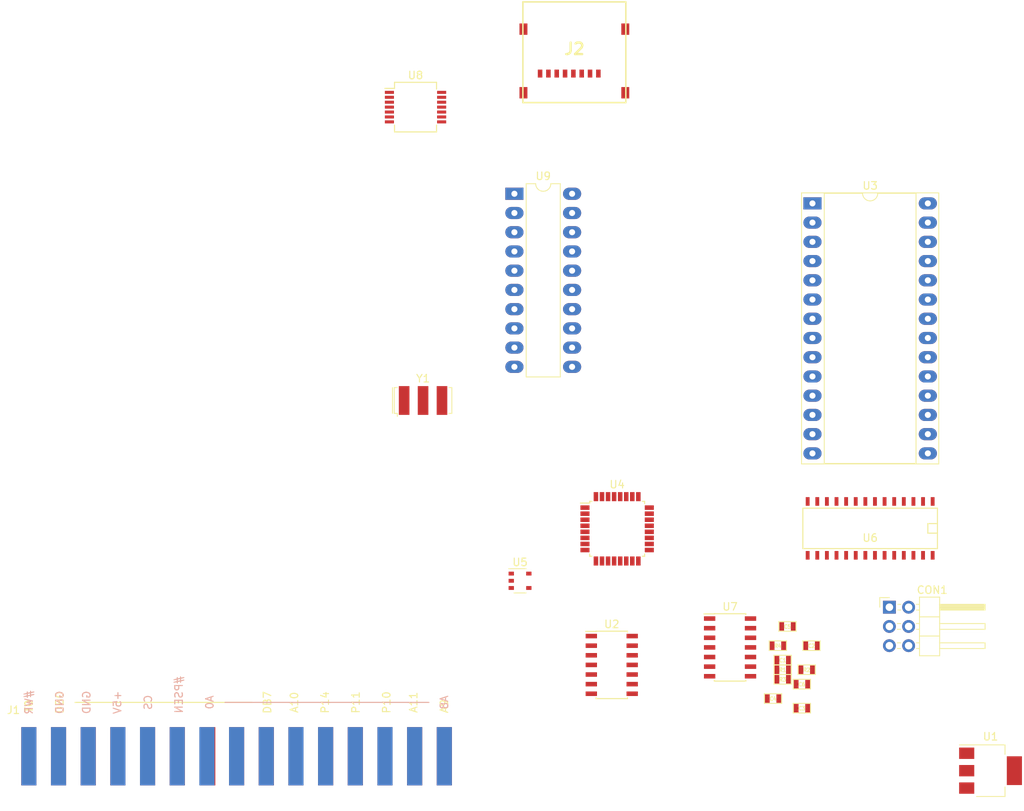
<source format=kicad_pcb>
(kicad_pcb (version 4) (host pcbnew 4.0.7)

  (general
    (links 150)
    (no_connects 150)
    (area 51.869999 19.29088 187.530001 126.86)
    (thickness 1.6)
    (drawings 0)
    (tracks 0)
    (zones 0)
    (modules 23)
    (nets 61)
  )

  (page A4)
  (layers
    (0 F.Cu signal)
    (31 B.Cu signal)
    (32 B.Adhes user)
    (33 F.Adhes user)
    (34 B.Paste user)
    (35 F.Paste user)
    (36 B.SilkS user)
    (37 F.SilkS user)
    (38 B.Mask user)
    (39 F.Mask user)
    (40 Dwgs.User user)
    (41 Cmts.User user)
    (42 Eco1.User user)
    (43 Eco2.User user)
    (44 Edge.Cuts user)
    (45 Margin user)
    (46 B.CrtYd user)
    (47 F.CrtYd user)
    (48 B.Fab user)
    (49 F.Fab user)
  )

  (setup
    (last_trace_width 0.25)
    (trace_clearance 0.2)
    (zone_clearance 0.508)
    (zone_45_only no)
    (trace_min 0.2)
    (segment_width 0.2)
    (edge_width 0.1)
    (via_size 0.6)
    (via_drill 0.4)
    (via_min_size 0.4)
    (via_min_drill 0.3)
    (uvia_size 0.3)
    (uvia_drill 0.1)
    (uvias_allowed no)
    (uvia_min_size 0.2)
    (uvia_min_drill 0.1)
    (pcb_text_width 0.3)
    (pcb_text_size 1.5 1.5)
    (mod_edge_width 0.15)
    (mod_text_size 1 1)
    (mod_text_width 0.15)
    (pad_size 1.5 1.5)
    (pad_drill 0.6)
    (pad_to_mask_clearance 0)
    (aux_axis_origin 0 0)
    (visible_elements 7FFFFFFF)
    (pcbplotparams
      (layerselection 0x00030_80000001)
      (usegerberextensions false)
      (excludeedgelayer true)
      (linewidth 0.100000)
      (plotframeref false)
      (viasonmask false)
      (mode 1)
      (useauxorigin false)
      (hpglpennumber 1)
      (hpglpenspeed 20)
      (hpglpendiameter 15)
      (hpglpenoverlay 2)
      (psnegative false)
      (psa4output false)
      (plotreference true)
      (plotvalue true)
      (plotinvisibletext false)
      (padsonsilk false)
      (subtractmaskfromsilk false)
      (outputformat 1)
      (mirror false)
      (drillshape 1)
      (scaleselection 1)
      (outputdirectory ""))
  )

  (net 0 "")
  (net 1 VCC)
  (net 2 GND)
  (net 3 +3V3)
  (net 4 "Net-(CON1-Pad1)")
  (net 5 "Net-(CON1-Pad3)")
  (net 6 "Net-(CON1-Pad4)")
  (net 7 "Net-(CON1-Pad5)")
  (net 8 T0)
  (net 9 /D0)
  (net 10 /D1)
  (net 11 /D2)
  (net 12 /D3)
  (net 13 /D4)
  (net 14 /D5)
  (net 15 /D6)
  (net 16 /D7)
  (net 17 /A10)
  (net 18 "Net-(J1-Pad11)")
  (net 19 /A13_TXD)
  (net 20 /A12)
  (net 21 /A9)
  (net 22 /RD)
  (net 23 /#PSEN)
  (net 24 /A0)
  (net 25 /A1)
  (net 26 /A2)
  (net 27 /A3)
  (net 28 /A5)
  (net 29 /A4)
  (net 30 /A7)
  (net 31 /A8)
  (net 32 /A6)
  (net 33 /A11)
  (net 34 /CS33)
  (net 35 /MOSI33)
  (net 36 /SCK33)
  (net 37 /MISO33)
  (net 38 SCK)
  (net 39 MOSI)
  (net 40 MISO)
  (net 41 "Net-(U2-Pad1)")
  (net 42 MENU)
  (net 43 /#RD)
  (net 44 "Net-(U2-Pad9)")
  (net 45 /#RAM_CS)
  (net 46 "Net-(U2-Pad13)")
  (net 47 /#ROM_OE)
  (net 48 /A13)
  (net 49 "Net-(U4-Pad1)")
  (net 50 "Net-(U4-Pad2)")
  (net 51 "Net-(U4-Pad9)")
  (net 52 "Net-(U4-Pad10)")
  (net 53 "Net-(U4-Pad11)")
  (net 54 "#SS")
  (net 55 "Net-(U4-Pad23)")
  (net 56 "Net-(U4-Pad24)")
  (net 57 "Net-(U4-Pad32)")
  (net 58 "Net-(U5-Pad4)")
  (net 59 "Net-(U4-Pad7)")
  (net 60 "Net-(U4-Pad8)")

  (net_class Default "This is the default net class."
    (clearance 0.2)
    (trace_width 0.25)
    (via_dia 0.6)
    (via_drill 0.4)
    (uvia_dia 0.3)
    (uvia_drill 0.1)
    (add_net "#SS")
    (add_net +3V3)
    (add_net /#PSEN)
    (add_net /#RAM_CS)
    (add_net /#RD)
    (add_net /#ROM_OE)
    (add_net /A0)
    (add_net /A1)
    (add_net /A10)
    (add_net /A11)
    (add_net /A12)
    (add_net /A13)
    (add_net /A13_TXD)
    (add_net /A2)
    (add_net /A3)
    (add_net /A4)
    (add_net /A5)
    (add_net /A6)
    (add_net /A7)
    (add_net /A8)
    (add_net /A9)
    (add_net /CS33)
    (add_net /D0)
    (add_net /D1)
    (add_net /D2)
    (add_net /D3)
    (add_net /D4)
    (add_net /D5)
    (add_net /D6)
    (add_net /D7)
    (add_net /MISO33)
    (add_net /MOSI33)
    (add_net /RD)
    (add_net /SCK33)
    (add_net GND)
    (add_net MENU)
    (add_net MISO)
    (add_net MOSI)
    (add_net "Net-(CON1-Pad1)")
    (add_net "Net-(CON1-Pad3)")
    (add_net "Net-(CON1-Pad4)")
    (add_net "Net-(CON1-Pad5)")
    (add_net "Net-(J1-Pad11)")
    (add_net "Net-(U2-Pad1)")
    (add_net "Net-(U2-Pad13)")
    (add_net "Net-(U2-Pad9)")
    (add_net "Net-(U4-Pad1)")
    (add_net "Net-(U4-Pad10)")
    (add_net "Net-(U4-Pad11)")
    (add_net "Net-(U4-Pad2)")
    (add_net "Net-(U4-Pad23)")
    (add_net "Net-(U4-Pad24)")
    (add_net "Net-(U4-Pad32)")
    (add_net "Net-(U4-Pad7)")
    (add_net "Net-(U4-Pad8)")
    (add_net "Net-(U4-Pad9)")
    (add_net "Net-(U5-Pad4)")
    (add_net SCK)
    (add_net T0)
    (add_net VCC)
  )

  (module Videopac:videopac-edgecon (layer F.Cu) (tedit 5AF6C457) (tstamp 5ACE8AB6)
    (at 83.32 119.38)
    (path /59B86CB1)
    (fp_text reference J1 (at -29.464 -6.096) (layer F.SilkS)
      (effects (font (size 1 1) (thickness 0.15)))
    )
    (fp_text value Videopac_Cart_Edge_Conn (at 5.19 5.08) (layer F.Fab)
      (effects (font (size 1 1) (thickness 0.15)))
    )
    (fp_line (start -1.524 -7.112) (end 25.4 -7.112) (layer B.SilkS) (width 0.15))
    (fp_text user A8 (at 27.432 -7.112 90) (layer B.SilkS)
      (effects (font (size 1 1) (thickness 0.15)) (justify mirror))
    )
    (fp_text user A0 (at -3.556 -7.112 90) (layer B.SilkS)
      (effects (font (size 1 1) (thickness 0.15)) (justify mirror))
    )
    (fp_text user "#PSEN" (at -7.62 -8.128 90) (layer B.SilkS)
      (effects (font (size 1 1) (thickness 0.15)) (justify mirror))
    )
    (fp_text user CS (at -11.684 -7.112 90) (layer B.SilkS)
      (effects (font (size 1 1) (thickness 0.15)) (justify mirror))
    )
    (fp_text user +5V (at -15.748 -7.112 90) (layer B.SilkS)
      (effects (font (size 1 1) (thickness 0.15)) (justify mirror))
    )
    (fp_text user GND (at -19.812 -7.112 90) (layer B.SilkS)
      (effects (font (size 1 1) (thickness 0.15)) (justify mirror))
    )
    (fp_text user GND (at -23.368 -7.112 90) (layer B.SilkS)
      (effects (font (size 1 1) (thickness 0.15)) (justify mirror))
    )
    (fp_text user "#WR" (at -27.432 -7.112 90) (layer B.SilkS)
      (effects (font (size 1 1) (thickness 0.15)) (justify mirror))
    )
    (fp_text user A9 (at 27.432 -6.604 90) (layer F.SilkS)
      (effects (font (size 1 1) (thickness 0.15)))
    )
    (fp_text user A11 (at 23.368 -7.112 90) (layer F.SilkS)
      (effects (font (size 1 1) (thickness 0.15)))
    )
    (fp_text user P10 (at 19.812 -7.112 90) (layer F.SilkS)
      (effects (font (size 1 1) (thickness 0.15)))
    )
    (fp_text user P11 (at 15.748 -7.112 90) (layer F.SilkS)
      (effects (font (size 1 1) (thickness 0.15)))
    )
    (fp_text user P14 (at 11.684 -7.112 90) (layer F.SilkS)
      (effects (font (size 1 1) (thickness 0.15)))
    )
    (fp_text user A10 (at 7.62 -7.112 90) (layer F.SilkS)
      (effects (font (size 1 1) (thickness 0.15)))
    )
    (fp_line (start -21.336 -7.112) (end 2.032 -7.112) (layer F.SilkS) (width 0.15))
    (fp_text user DB7 (at 4.064 -7.112 90) (layer F.SilkS)
      (effects (font (size 1 1) (thickness 0.15)))
    )
    (fp_text user DB0 (at -23.368 -7.112 90) (layer F.SilkS)
      (effects (font (size 1 1) (thickness 0.15)))
    )
    (fp_text user T0 (at -27.432 -6.604 90) (layer F.SilkS)
      (effects (font (size 1 1) (thickness 0.15)))
    )
    (fp_line (start 31.2 1.905) (end 31.2 -5.08) (layer Dwgs.User) (width 0.1))
    (fp_line (start 31.2 1.905) (end 29.21 3.81) (layer Dwgs.User) (width 0.1))
    (fp_line (start 29.21 3.81) (end -29.21 3.81) (layer Dwgs.User) (width 0.1))
    (fp_line (start -29.21 3.81) (end -31.2 1.905) (layer Dwgs.User) (width 0.1))
    (fp_line (start -31.2 1.905) (end -31.2 -5.08) (layer Dwgs.User) (width 0.1))
    (fp_line (start -31.2 -5.08) (end 31.2 -5.08) (layer Dwgs.User) (width 0.1))
    (pad 1 smd rect (at -27.44 0) (size 2 7.7) (layers F.Cu F.Paste F.Mask)
      (net 8 T0))
    (pad 2 smd rect (at -23.52 0) (size 2 7.7) (layers F.Cu F.Paste F.Mask)
      (net 9 /D0))
    (pad 3 smd rect (at -19.6 0) (size 2 7.7) (layers F.Cu F.Paste F.Mask)
      (net 10 /D1))
    (pad 4 smd rect (at -15.68 0) (size 2 7.7) (layers F.Cu F.Paste F.Mask)
      (net 11 /D2))
    (pad 5 smd rect (at -11.76 0) (size 2 7.7) (layers F.Cu F.Paste F.Mask)
      (net 12 /D3))
    (pad 6 smd rect (at -7.84 0) (size 2 7.7) (layers F.Cu F.Paste F.Mask)
      (net 13 /D4))
    (pad 7 smd rect (at -3.81 0) (size 2 7.7) (layers F.Cu F.Paste F.Mask)
      (net 14 /D5))
    (pad 8 smd rect (at 0 0) (size 2 7.7) (layers F.Cu F.Paste F.Mask)
      (net 15 /D6))
    (pad 9 smd rect (at 3.92 0) (size 2 7.7) (layers F.Cu F.Paste F.Mask)
      (net 16 /D7))
    (pad 10 smd rect (at 7.84 0) (size 2 7.7) (layers F.Cu F.Paste F.Mask)
      (net 17 /A10))
    (pad 11 smd rect (at 11.76 0) (size 2 7.7) (layers F.Cu F.Paste F.Mask)
      (net 18 "Net-(J1-Pad11)"))
    (pad 12 smd rect (at 15.68 0) (size 2 7.7) (layers F.Cu F.Paste F.Mask)
      (net 19 /A13_TXD))
    (pad 13 smd rect (at 19.6 0) (size 2 7.7) (layers F.Cu F.Paste F.Mask)
      (net 20 /A12))
    (pad 15 smd rect (at 27.44 0) (size 2 7.7) (layers F.Cu F.Paste F.Mask)
      (net 21 /A9))
    (pad A smd rect (at -27.44 0) (size 2 7.7) (layers B.Cu F.Paste F.Mask))
    (pad B smd rect (at -23.52 0) (size 2 7.7) (layers B.Cu F.Paste F.Mask)
      (net 2 GND))
    (pad C smd rect (at -19.6 0) (size 2 7.7) (layers B.Cu F.Paste F.Mask)
      (net 2 GND))
    (pad D smd rect (at -15.68 0) (size 2 7.7) (layers B.Cu F.Paste F.Mask)
      (net 1 VCC))
    (pad E smd rect (at -11.76 0) (size 2 7.7) (layers B.Cu F.Paste F.Mask)
      (net 22 /RD))
    (pad F smd rect (at 7.84 0) (size 2 7.7) (layers B.Cu F.Paste F.Mask)
      (net 23 /#PSEN))
    (pad G smd rect (at 3.92 0) (size 2 7.7) (layers B.Cu F.Paste F.Mask)
      (net 24 /A0))
    (pad H smd rect (at 0 0) (size 2 7.7) (layers B.Cu F.Paste F.Mask)
      (net 25 /A1))
    (pad J smd rect (at -3.92 0) (size 2 7.7) (layers B.Cu F.Paste F.Mask)
      (net 26 /A2))
    (pad K smd rect (at -7.84 0) (size 2 7.7) (layers B.Cu F.Paste F.Mask)
      (net 27 /A3))
    (pad M smd rect (at 15.68 0) (size 2 7.7) (layers B.Cu F.Paste F.Mask)
      (net 28 /A5))
    (pad L smd rect (at 11.76 0) (size 2 7.7) (layers B.Cu F.Paste F.Mask)
      (net 29 /A4))
    (pad N smd rect (at 19.6 0) (size 2 7.7) (layers B.Cu F.Paste F.Mask)
      (net 30 /A7))
    (pad R smd rect (at 27.44 0) (size 2 7.7) (layers B.Cu F.Paste F.Mask)
      (net 31 /A8))
    (pad P smd rect (at 23.52 0) (size 2 7.7) (layers B.Cu F.Paste F.Mask)
      (net 32 /A6))
    (pad 14 smd rect (at 23.52 0) (size 2 7.7) (layers F.Cu F.Paste F.Mask)
      (net 33 /A11))
  )

  (module smd:SM0603 (layer F.Cu) (tedit 540D72E9) (tstamp 5ACE8A6C)
    (at 155.448 106.68)
    (path /5A275294)
    (attr smd)
    (fp_text reference C1 (at 0 0.03556) (layer F.SilkS)
      (effects (font (size 0.508 0.4572) (thickness 0.1143)))
    )
    (fp_text value C (at 0.08636 0.04064) (layer F.SilkS) hide
      (effects (font (size 0.508 0.4572) (thickness 0.1143)))
    )
    (fp_line (start -1.143 -0.635) (end 1.143 -0.635) (layer F.SilkS) (width 0.127))
    (fp_line (start 1.143 -0.635) (end 1.143 0.635) (layer F.SilkS) (width 0.127))
    (fp_line (start 1.143 0.635) (end -1.143 0.635) (layer F.SilkS) (width 0.127))
    (fp_line (start -1.143 0.635) (end -1.143 -0.635) (layer F.SilkS) (width 0.127))
    (pad 1 smd rect (at -0.762 0) (size 0.635 1.143) (layers F.Cu F.Paste F.Mask)
      (net 1 VCC))
    (pad 2 smd rect (at 0.762 0) (size 0.635 1.143) (layers F.Cu F.Paste F.Mask)
      (net 2 GND))
    (model smd\resistors\R0603.wrl
      (at (xyz 0 0 0.001))
      (scale (xyz 0.5 0.5 0.5))
      (rotate (xyz 0 0 0))
    )
  )

  (module smd:SM0603 (layer F.Cu) (tedit 540D72E9) (tstamp 5ACE8A72)
    (at 159.258 104.775)
    (path /5A275334)
    (attr smd)
    (fp_text reference C2 (at 0 0.03556) (layer F.SilkS)
      (effects (font (size 0.508 0.4572) (thickness 0.1143)))
    )
    (fp_text value C (at 0.08636 0.04064) (layer F.SilkS) hide
      (effects (font (size 0.508 0.4572) (thickness 0.1143)))
    )
    (fp_line (start -1.143 -0.635) (end 1.143 -0.635) (layer F.SilkS) (width 0.127))
    (fp_line (start 1.143 -0.635) (end 1.143 0.635) (layer F.SilkS) (width 0.127))
    (fp_line (start 1.143 0.635) (end -1.143 0.635) (layer F.SilkS) (width 0.127))
    (fp_line (start -1.143 0.635) (end -1.143 -0.635) (layer F.SilkS) (width 0.127))
    (pad 1 smd rect (at -0.762 0) (size 0.635 1.143) (layers F.Cu F.Paste F.Mask)
      (net 3 +3V3))
    (pad 2 smd rect (at 0.762 0) (size 0.635 1.143) (layers F.Cu F.Paste F.Mask)
      (net 2 GND))
    (model smd\resistors\R0603.wrl
      (at (xyz 0 0 0.001))
      (scale (xyz 0.5 0.5 0.5))
      (rotate (xyz 0 0 0))
    )
  )

  (module smd:SM0603 (layer F.Cu) (tedit 540D72E9) (tstamp 5ACE8A78)
    (at 157.988 113.03)
    (path /5A55C046)
    (attr smd)
    (fp_text reference C3 (at 0 0.03556) (layer F.SilkS)
      (effects (font (size 0.508 0.4572) (thickness 0.1143)))
    )
    (fp_text value C (at 0.08636 0.04064) (layer F.SilkS) hide
      (effects (font (size 0.508 0.4572) (thickness 0.1143)))
    )
    (fp_line (start -1.143 -0.635) (end 1.143 -0.635) (layer F.SilkS) (width 0.127))
    (fp_line (start 1.143 -0.635) (end 1.143 0.635) (layer F.SilkS) (width 0.127))
    (fp_line (start 1.143 0.635) (end -1.143 0.635) (layer F.SilkS) (width 0.127))
    (fp_line (start -1.143 0.635) (end -1.143 -0.635) (layer F.SilkS) (width 0.127))
    (pad 1 smd rect (at -0.762 0) (size 0.635 1.143) (layers F.Cu F.Paste F.Mask)
      (net 1 VCC))
    (pad 2 smd rect (at 0.762 0) (size 0.635 1.143) (layers F.Cu F.Paste F.Mask)
      (net 2 GND))
    (model smd\resistors\R0603.wrl
      (at (xyz 0 0 0.001))
      (scale (xyz 0.5 0.5 0.5))
      (rotate (xyz 0 0 0))
    )
  )

  (module smd:SM0603 (layer F.Cu) (tedit 540D72E9) (tstamp 5ACE8A7E)
    (at 154.178 111.76)
    (path /5A55C2F2)
    (attr smd)
    (fp_text reference C4 (at 0 0.03556) (layer F.SilkS)
      (effects (font (size 0.508 0.4572) (thickness 0.1143)))
    )
    (fp_text value C (at 0.08636 0.04064) (layer F.SilkS) hide
      (effects (font (size 0.508 0.4572) (thickness 0.1143)))
    )
    (fp_line (start -1.143 -0.635) (end 1.143 -0.635) (layer F.SilkS) (width 0.127))
    (fp_line (start 1.143 -0.635) (end 1.143 0.635) (layer F.SilkS) (width 0.127))
    (fp_line (start 1.143 0.635) (end -1.143 0.635) (layer F.SilkS) (width 0.127))
    (fp_line (start -1.143 0.635) (end -1.143 -0.635) (layer F.SilkS) (width 0.127))
    (pad 1 smd rect (at -0.762 0) (size 0.635 1.143) (layers F.Cu F.Paste F.Mask)
      (net 1 VCC))
    (pad 2 smd rect (at 0.762 0) (size 0.635 1.143) (layers F.Cu F.Paste F.Mask)
      (net 2 GND))
    (model smd\resistors\R0603.wrl
      (at (xyz 0 0 0.001))
      (scale (xyz 0.5 0.5 0.5))
      (rotate (xyz 0 0 0))
    )
  )

  (module smd:SM0603 (layer F.Cu) (tedit 540D72E9) (tstamp 5ACE8A84)
    (at 156.083 102.235)
    (path /5A7229E7)
    (attr smd)
    (fp_text reference C5 (at 0 0.03556) (layer F.SilkS)
      (effects (font (size 0.508 0.4572) (thickness 0.1143)))
    )
    (fp_text value C (at 0.08636 0.04064) (layer F.SilkS) hide
      (effects (font (size 0.508 0.4572) (thickness 0.1143)))
    )
    (fp_line (start -1.143 -0.635) (end 1.143 -0.635) (layer F.SilkS) (width 0.127))
    (fp_line (start 1.143 -0.635) (end 1.143 0.635) (layer F.SilkS) (width 0.127))
    (fp_line (start 1.143 0.635) (end -1.143 0.635) (layer F.SilkS) (width 0.127))
    (fp_line (start -1.143 0.635) (end -1.143 -0.635) (layer F.SilkS) (width 0.127))
    (pad 1 smd rect (at -0.762 0) (size 0.635 1.143) (layers F.Cu F.Paste F.Mask)
      (net 1 VCC))
    (pad 2 smd rect (at 0.762 0) (size 0.635 1.143) (layers F.Cu F.Paste F.Mask)
      (net 2 GND))
    (model smd\resistors\R0603.wrl
      (at (xyz 0 0 0.001))
      (scale (xyz 0.5 0.5 0.5))
      (rotate (xyz 0 0 0))
    )
  )

  (module smd:SM0603 (layer F.Cu) (tedit 540D72E9) (tstamp 5ACE8A8A)
    (at 157.988 109.855)
    (path /5A721377)
    (attr smd)
    (fp_text reference C6 (at 0 0.03556) (layer F.SilkS)
      (effects (font (size 0.508 0.4572) (thickness 0.1143)))
    )
    (fp_text value C (at 0.08636 0.04064) (layer F.SilkS) hide
      (effects (font (size 0.508 0.4572) (thickness 0.1143)))
    )
    (fp_line (start -1.143 -0.635) (end 1.143 -0.635) (layer F.SilkS) (width 0.127))
    (fp_line (start 1.143 -0.635) (end 1.143 0.635) (layer F.SilkS) (width 0.127))
    (fp_line (start 1.143 0.635) (end -1.143 0.635) (layer F.SilkS) (width 0.127))
    (fp_line (start -1.143 0.635) (end -1.143 -0.635) (layer F.SilkS) (width 0.127))
    (pad 1 smd rect (at -0.762 0) (size 0.635 1.143) (layers F.Cu F.Paste F.Mask)
      (net 1 VCC))
    (pad 2 smd rect (at 0.762 0) (size 0.635 1.143) (layers F.Cu F.Paste F.Mask)
      (net 2 GND))
    (model smd\resistors\R0603.wrl
      (at (xyz 0 0 0.001))
      (scale (xyz 0.5 0.5 0.5))
      (rotate (xyz 0 0 0))
    )
  )

  (module Pin_Headers:Pin_Header_Angled_2x03_Pitch2.54mm (layer F.Cu) (tedit 59650532) (tstamp 5ACE8A94)
    (at 169.545 99.695)
    (descr "Through hole angled pin header, 2x03, 2.54mm pitch, 6mm pin length, double rows")
    (tags "Through hole angled pin header THT 2x03 2.54mm double row")
    (path /5A245C8B)
    (fp_text reference CON1 (at 5.655 -2.27) (layer F.SilkS)
      (effects (font (size 1 1) (thickness 0.15)))
    )
    (fp_text value AVR-ISP-6 (at 5.655 7.35) (layer F.Fab)
      (effects (font (size 1 1) (thickness 0.15)))
    )
    (fp_line (start 4.675 -1.27) (end 6.58 -1.27) (layer F.Fab) (width 0.1))
    (fp_line (start 6.58 -1.27) (end 6.58 6.35) (layer F.Fab) (width 0.1))
    (fp_line (start 6.58 6.35) (end 4.04 6.35) (layer F.Fab) (width 0.1))
    (fp_line (start 4.04 6.35) (end 4.04 -0.635) (layer F.Fab) (width 0.1))
    (fp_line (start 4.04 -0.635) (end 4.675 -1.27) (layer F.Fab) (width 0.1))
    (fp_line (start -0.32 -0.32) (end 4.04 -0.32) (layer F.Fab) (width 0.1))
    (fp_line (start -0.32 -0.32) (end -0.32 0.32) (layer F.Fab) (width 0.1))
    (fp_line (start -0.32 0.32) (end 4.04 0.32) (layer F.Fab) (width 0.1))
    (fp_line (start 6.58 -0.32) (end 12.58 -0.32) (layer F.Fab) (width 0.1))
    (fp_line (start 12.58 -0.32) (end 12.58 0.32) (layer F.Fab) (width 0.1))
    (fp_line (start 6.58 0.32) (end 12.58 0.32) (layer F.Fab) (width 0.1))
    (fp_line (start -0.32 2.22) (end 4.04 2.22) (layer F.Fab) (width 0.1))
    (fp_line (start -0.32 2.22) (end -0.32 2.86) (layer F.Fab) (width 0.1))
    (fp_line (start -0.32 2.86) (end 4.04 2.86) (layer F.Fab) (width 0.1))
    (fp_line (start 6.58 2.22) (end 12.58 2.22) (layer F.Fab) (width 0.1))
    (fp_line (start 12.58 2.22) (end 12.58 2.86) (layer F.Fab) (width 0.1))
    (fp_line (start 6.58 2.86) (end 12.58 2.86) (layer F.Fab) (width 0.1))
    (fp_line (start -0.32 4.76) (end 4.04 4.76) (layer F.Fab) (width 0.1))
    (fp_line (start -0.32 4.76) (end -0.32 5.4) (layer F.Fab) (width 0.1))
    (fp_line (start -0.32 5.4) (end 4.04 5.4) (layer F.Fab) (width 0.1))
    (fp_line (start 6.58 4.76) (end 12.58 4.76) (layer F.Fab) (width 0.1))
    (fp_line (start 12.58 4.76) (end 12.58 5.4) (layer F.Fab) (width 0.1))
    (fp_line (start 6.58 5.4) (end 12.58 5.4) (layer F.Fab) (width 0.1))
    (fp_line (start 3.98 -1.33) (end 3.98 6.41) (layer F.SilkS) (width 0.12))
    (fp_line (start 3.98 6.41) (end 6.64 6.41) (layer F.SilkS) (width 0.12))
    (fp_line (start 6.64 6.41) (end 6.64 -1.33) (layer F.SilkS) (width 0.12))
    (fp_line (start 6.64 -1.33) (end 3.98 -1.33) (layer F.SilkS) (width 0.12))
    (fp_line (start 6.64 -0.38) (end 12.64 -0.38) (layer F.SilkS) (width 0.12))
    (fp_line (start 12.64 -0.38) (end 12.64 0.38) (layer F.SilkS) (width 0.12))
    (fp_line (start 12.64 0.38) (end 6.64 0.38) (layer F.SilkS) (width 0.12))
    (fp_line (start 6.64 -0.32) (end 12.64 -0.32) (layer F.SilkS) (width 0.12))
    (fp_line (start 6.64 -0.2) (end 12.64 -0.2) (layer F.SilkS) (width 0.12))
    (fp_line (start 6.64 -0.08) (end 12.64 -0.08) (layer F.SilkS) (width 0.12))
    (fp_line (start 6.64 0.04) (end 12.64 0.04) (layer F.SilkS) (width 0.12))
    (fp_line (start 6.64 0.16) (end 12.64 0.16) (layer F.SilkS) (width 0.12))
    (fp_line (start 6.64 0.28) (end 12.64 0.28) (layer F.SilkS) (width 0.12))
    (fp_line (start 3.582929 -0.38) (end 3.98 -0.38) (layer F.SilkS) (width 0.12))
    (fp_line (start 3.582929 0.38) (end 3.98 0.38) (layer F.SilkS) (width 0.12))
    (fp_line (start 1.11 -0.38) (end 1.497071 -0.38) (layer F.SilkS) (width 0.12))
    (fp_line (start 1.11 0.38) (end 1.497071 0.38) (layer F.SilkS) (width 0.12))
    (fp_line (start 3.98 1.27) (end 6.64 1.27) (layer F.SilkS) (width 0.12))
    (fp_line (start 6.64 2.16) (end 12.64 2.16) (layer F.SilkS) (width 0.12))
    (fp_line (start 12.64 2.16) (end 12.64 2.92) (layer F.SilkS) (width 0.12))
    (fp_line (start 12.64 2.92) (end 6.64 2.92) (layer F.SilkS) (width 0.12))
    (fp_line (start 3.582929 2.16) (end 3.98 2.16) (layer F.SilkS) (width 0.12))
    (fp_line (start 3.582929 2.92) (end 3.98 2.92) (layer F.SilkS) (width 0.12))
    (fp_line (start 1.042929 2.16) (end 1.497071 2.16) (layer F.SilkS) (width 0.12))
    (fp_line (start 1.042929 2.92) (end 1.497071 2.92) (layer F.SilkS) (width 0.12))
    (fp_line (start 3.98 3.81) (end 6.64 3.81) (layer F.SilkS) (width 0.12))
    (fp_line (start 6.64 4.7) (end 12.64 4.7) (layer F.SilkS) (width 0.12))
    (fp_line (start 12.64 4.7) (end 12.64 5.46) (layer F.SilkS) (width 0.12))
    (fp_line (start 12.64 5.46) (end 6.64 5.46) (layer F.SilkS) (width 0.12))
    (fp_line (start 3.582929 4.7) (end 3.98 4.7) (layer F.SilkS) (width 0.12))
    (fp_line (start 3.582929 5.46) (end 3.98 5.46) (layer F.SilkS) (width 0.12))
    (fp_line (start 1.042929 4.7) (end 1.497071 4.7) (layer F.SilkS) (width 0.12))
    (fp_line (start 1.042929 5.46) (end 1.497071 5.46) (layer F.SilkS) (width 0.12))
    (fp_line (start -1.27 0) (end -1.27 -1.27) (layer F.SilkS) (width 0.12))
    (fp_line (start -1.27 -1.27) (end 0 -1.27) (layer F.SilkS) (width 0.12))
    (fp_line (start -1.8 -1.8) (end -1.8 6.85) (layer F.CrtYd) (width 0.05))
    (fp_line (start -1.8 6.85) (end 13.1 6.85) (layer F.CrtYd) (width 0.05))
    (fp_line (start 13.1 6.85) (end 13.1 -1.8) (layer F.CrtYd) (width 0.05))
    (fp_line (start 13.1 -1.8) (end -1.8 -1.8) (layer F.CrtYd) (width 0.05))
    (fp_text user %R (at 5.31 2.54 90) (layer F.Fab)
      (effects (font (size 1 1) (thickness 0.15)))
    )
    (pad 1 thru_hole rect (at 0 0) (size 1.7 1.7) (drill 1) (layers *.Cu *.Mask)
      (net 4 "Net-(CON1-Pad1)"))
    (pad 2 thru_hole oval (at 2.54 0) (size 1.7 1.7) (drill 1) (layers *.Cu *.Mask)
      (net 1 VCC))
    (pad 3 thru_hole oval (at 0 2.54) (size 1.7 1.7) (drill 1) (layers *.Cu *.Mask)
      (net 5 "Net-(CON1-Pad3)"))
    (pad 4 thru_hole oval (at 2.54 2.54) (size 1.7 1.7) (drill 1) (layers *.Cu *.Mask)
      (net 6 "Net-(CON1-Pad4)"))
    (pad 5 thru_hole oval (at 0 5.08) (size 1.7 1.7) (drill 1) (layers *.Cu *.Mask)
      (net 7 "Net-(CON1-Pad5)"))
    (pad 6 thru_hole oval (at 2.54 5.08) (size 1.7 1.7) (drill 1) (layers *.Cu *.Mask)
      (net 2 GND))
    (model ${KISYS3DMOD}/Pin_Headers.3dshapes/Pin_Header_Angled_2x03_Pitch2.54mm.wrl
      (at (xyz 0 0 0))
      (scale (xyz 1 1 1))
      (rotate (xyz 0 0 0))
    )
  )

  (module armory:MICRO_SD_HINGE_AMP (layer F.Cu) (tedit 540D799B) (tstamp 5ACE8AC6)
    (at 127.93472 19.74088)
    (path /5A4828E2)
    (attr smd)
    (fp_text reference J2 (at 0.01524 6.20268) (layer F.SilkS)
      (effects (font (thickness 0.3048)))
    )
    (fp_text value MICRO_SD_HINGE (at -0.01524 8.01116) (layer F.SilkS) hide
      (effects (font (size 1 1) (thickness 0.25)))
    )
    (fp_line (start 6.79958 0) (end 6.79958 13.29944) (layer F.SilkS) (width 0.20066))
    (fp_line (start 6.79958 13.29944) (end -6.79958 13.29944) (layer F.SilkS) (width 0.20066))
    (fp_line (start -6.79958 13.29944) (end -6.79958 0) (layer F.SilkS) (width 0.20066))
    (fp_line (start -6.79958 0) (end 6.79958 0) (layer F.SilkS) (width 0.20066))
    (pad 1 smd rect (at 3.16992 9.46912) (size 0.59944 1.04902) (layers F.Cu F.Paste F.Mask))
    (pad 2 smd rect (at 2.0701 9.46912) (size 0.59944 1.04902) (layers F.Cu F.Paste F.Mask)
      (net 34 /CS33))
    (pad 3 smd rect (at 0.97028 9.46912) (size 0.59944 1.04902) (layers F.Cu F.Paste F.Mask)
      (net 35 /MOSI33))
    (pad 4 smd rect (at -0.12954 9.46912) (size 0.59944 1.04902) (layers F.Cu F.Paste F.Mask)
      (net 3 +3V3))
    (pad 5 smd rect (at -1.22936 9.46912) (size 0.59944 1.04902) (layers F.Cu F.Paste F.Mask)
      (net 36 /SCK33))
    (pad 6 smd rect (at -2.32918 9.46912) (size 0.59944 1.04902) (layers F.Cu F.Paste F.Mask)
      (net 2 GND))
    (pad 7 smd rect (at -3.429 9.46912) (size 0.59944 1.04902) (layers F.Cu F.Paste F.Mask)
      (net 37 /MISO33))
    (pad 8 smd rect (at -4.52882 9.46912) (size 0.59944 1.04902) (layers F.Cu F.Paste F.Mask))
    (pad 12 smd rect (at 6.72592 11.99896) (size 1.04902 1.50114) (layers F.Cu F.Paste F.Mask)
      (net 2 GND))
    (pad 9 smd rect (at -6.72592 11.99896) (size 1.04902 1.50114) (layers F.Cu F.Paste F.Mask)
      (net 2 GND))
    (pad 11 smd rect (at 6.72592 3.59918) (size 1.04902 1.50114) (layers F.Cu F.Paste F.Mask)
      (net 2 GND))
    (pad 10 smd rect (at -6.72592 3.59918) (size 1.04902 1.50114) (layers F.Cu F.Paste F.Mask)
      (net 2 GND))
    (model 3D/SD-Amp-microSlot.wrl
      (at (xyz 0 -0.261181 0))
      (scale (xyz 0.3937 0.3937 0.3937))
      (rotate (xyz 0 0 0))
    )
  )

  (module smd:SM0603 (layer F.Cu) (tedit 540D72E9) (tstamp 5ACE8ACC)
    (at 155.448 107.95)
    (path /5A727433)
    (attr smd)
    (fp_text reference R1 (at 0 0.03556) (layer F.SilkS)
      (effects (font (size 0.508 0.4572) (thickness 0.1143)))
    )
    (fp_text value R (at 0.08636 0.04064) (layer F.SilkS) hide
      (effects (font (size 0.508 0.4572) (thickness 0.1143)))
    )
    (fp_line (start -1.143 -0.635) (end 1.143 -0.635) (layer F.SilkS) (width 0.127))
    (fp_line (start 1.143 -0.635) (end 1.143 0.635) (layer F.SilkS) (width 0.127))
    (fp_line (start 1.143 0.635) (end -1.143 0.635) (layer F.SilkS) (width 0.127))
    (fp_line (start -1.143 0.635) (end -1.143 -0.635) (layer F.SilkS) (width 0.127))
    (pad 1 smd rect (at -0.762 0) (size 0.635 1.143) (layers F.Cu F.Paste F.Mask)
      (net 8 T0))
    (pad 2 smd rect (at 0.762 0) (size 0.635 1.143) (layers F.Cu F.Paste F.Mask)
      (net 1 VCC))
    (model smd\resistors\R0603.wrl
      (at (xyz 0 0 0.001))
      (scale (xyz 0.5 0.5 0.5))
      (rotate (xyz 0 0 0))
    )
  )

  (module smd:SM0603 (layer F.Cu) (tedit 540D72E9) (tstamp 5ACE8AD2)
    (at 158.623 107.95)
    (path /5A245E46)
    (attr smd)
    (fp_text reference R2 (at 0 0.03556) (layer F.SilkS)
      (effects (font (size 0.508 0.4572) (thickness 0.1143)))
    )
    (fp_text value R (at 0.08636 0.04064) (layer F.SilkS) hide
      (effects (font (size 0.508 0.4572) (thickness 0.1143)))
    )
    (fp_line (start -1.143 -0.635) (end 1.143 -0.635) (layer F.SilkS) (width 0.127))
    (fp_line (start 1.143 -0.635) (end 1.143 0.635) (layer F.SilkS) (width 0.127))
    (fp_line (start 1.143 0.635) (end -1.143 0.635) (layer F.SilkS) (width 0.127))
    (fp_line (start -1.143 0.635) (end -1.143 -0.635) (layer F.SilkS) (width 0.127))
    (pad 1 smd rect (at -0.762 0) (size 0.635 1.143) (layers F.Cu F.Paste F.Mask)
      (net 38 SCK))
    (pad 2 smd rect (at 0.762 0) (size 0.635 1.143) (layers F.Cu F.Paste F.Mask)
      (net 5 "Net-(CON1-Pad3)"))
    (model smd\resistors\R0603.wrl
      (at (xyz 0 0 0.001))
      (scale (xyz 0.5 0.5 0.5))
      (rotate (xyz 0 0 0))
    )
  )

  (module smd:SM0603 (layer F.Cu) (tedit 540D72E9) (tstamp 5ACE8AD8)
    (at 155.448 109.22)
    (path /5A245FC3)
    (attr smd)
    (fp_text reference R3 (at 0 0.03556) (layer F.SilkS)
      (effects (font (size 0.508 0.4572) (thickness 0.1143)))
    )
    (fp_text value R (at 0.08636 0.04064) (layer F.SilkS) hide
      (effects (font (size 0.508 0.4572) (thickness 0.1143)))
    )
    (fp_line (start -1.143 -0.635) (end 1.143 -0.635) (layer F.SilkS) (width 0.127))
    (fp_line (start 1.143 -0.635) (end 1.143 0.635) (layer F.SilkS) (width 0.127))
    (fp_line (start 1.143 0.635) (end -1.143 0.635) (layer F.SilkS) (width 0.127))
    (fp_line (start -1.143 0.635) (end -1.143 -0.635) (layer F.SilkS) (width 0.127))
    (pad 1 smd rect (at -0.762 0) (size 0.635 1.143) (layers F.Cu F.Paste F.Mask)
      (net 39 MOSI))
    (pad 2 smd rect (at 0.762 0) (size 0.635 1.143) (layers F.Cu F.Paste F.Mask)
      (net 6 "Net-(CON1-Pad4)"))
    (model smd\resistors\R0603.wrl
      (at (xyz 0 0 0.001))
      (scale (xyz 0.5 0.5 0.5))
      (rotate (xyz 0 0 0))
    )
  )

  (module smd:SM0603 (layer F.Cu) (tedit 540D72E9) (tstamp 5ACE8ADE)
    (at 154.813 104.775)
    (path /5A245FF4)
    (attr smd)
    (fp_text reference R4 (at 0 0.03556) (layer F.SilkS)
      (effects (font (size 0.508 0.4572) (thickness 0.1143)))
    )
    (fp_text value R (at 0.08636 0.04064) (layer F.SilkS) hide
      (effects (font (size 0.508 0.4572) (thickness 0.1143)))
    )
    (fp_line (start -1.143 -0.635) (end 1.143 -0.635) (layer F.SilkS) (width 0.127))
    (fp_line (start 1.143 -0.635) (end 1.143 0.635) (layer F.SilkS) (width 0.127))
    (fp_line (start 1.143 0.635) (end -1.143 0.635) (layer F.SilkS) (width 0.127))
    (fp_line (start -1.143 0.635) (end -1.143 -0.635) (layer F.SilkS) (width 0.127))
    (pad 1 smd rect (at -0.762 0) (size 0.635 1.143) (layers F.Cu F.Paste F.Mask)
      (net 40 MISO))
    (pad 2 smd rect (at 0.762 0) (size 0.635 1.143) (layers F.Cu F.Paste F.Mask)
      (net 4 "Net-(CON1-Pad1)"))
    (model smd\resistors\R0603.wrl
      (at (xyz 0 0 0.001))
      (scale (xyz 0.5 0.5 0.5))
      (rotate (xyz 0 0 0))
    )
  )

  (module TO_SOT_Packages_SMD:SOT-223 (layer F.Cu) (tedit 58CE4E7E) (tstamp 5ACE8AE6)
    (at 182.905 121.285)
    (descr "module CMS SOT223 4 pins")
    (tags "CMS SOT")
    (path /5A485792)
    (attr smd)
    (fp_text reference U1 (at 0 -4.5) (layer F.SilkS)
      (effects (font (size 1 1) (thickness 0.15)))
    )
    (fp_text value AP111733 (at 0 4.5) (layer F.Fab)
      (effects (font (size 1 1) (thickness 0.15)))
    )
    (fp_text user %R (at 0 0 90) (layer F.Fab)
      (effects (font (size 0.8 0.8) (thickness 0.12)))
    )
    (fp_line (start -1.85 -2.3) (end -0.8 -3.35) (layer F.Fab) (width 0.1))
    (fp_line (start 1.91 3.41) (end 1.91 2.15) (layer F.SilkS) (width 0.12))
    (fp_line (start 1.91 -3.41) (end 1.91 -2.15) (layer F.SilkS) (width 0.12))
    (fp_line (start 4.4 -3.6) (end -4.4 -3.6) (layer F.CrtYd) (width 0.05))
    (fp_line (start 4.4 3.6) (end 4.4 -3.6) (layer F.CrtYd) (width 0.05))
    (fp_line (start -4.4 3.6) (end 4.4 3.6) (layer F.CrtYd) (width 0.05))
    (fp_line (start -4.4 -3.6) (end -4.4 3.6) (layer F.CrtYd) (width 0.05))
    (fp_line (start -1.85 -2.3) (end -1.85 3.35) (layer F.Fab) (width 0.1))
    (fp_line (start -1.85 3.41) (end 1.91 3.41) (layer F.SilkS) (width 0.12))
    (fp_line (start -0.8 -3.35) (end 1.85 -3.35) (layer F.Fab) (width 0.1))
    (fp_line (start -4.1 -3.41) (end 1.91 -3.41) (layer F.SilkS) (width 0.12))
    (fp_line (start -1.85 3.35) (end 1.85 3.35) (layer F.Fab) (width 0.1))
    (fp_line (start 1.85 -3.35) (end 1.85 3.35) (layer F.Fab) (width 0.1))
    (pad 4 smd rect (at 3.15 0) (size 2 3.8) (layers F.Cu F.Paste F.Mask)
      (net 3 +3V3))
    (pad 2 smd rect (at -3.15 0) (size 2 1.5) (layers F.Cu F.Paste F.Mask)
      (net 3 +3V3))
    (pad 3 smd rect (at -3.15 2.3) (size 2 1.5) (layers F.Cu F.Paste F.Mask)
      (net 1 VCC))
    (pad 1 smd rect (at -3.15 -2.3) (size 2 1.5) (layers F.Cu F.Paste F.Mask)
      (net 2 GND))
    (model ${KISYS3DMOD}/TO_SOT_Packages_SMD.3dshapes/SOT-223.wrl
      (at (xyz 0 0 0))
      (scale (xyz 1 1 1))
      (rotate (xyz 0 0 0))
    )
  )

  (module Housings_SOIC:SOIC-14_3.9x8.7mm_Pitch1.27mm (layer F.Cu) (tedit 58CC8F64) (tstamp 5ACE8AF8)
    (at 132.875 107.315)
    (descr "14-Lead Plastic Small Outline (SL) - Narrow, 3.90 mm Body [SOIC] (see Microchip Packaging Specification 00000049BS.pdf)")
    (tags "SOIC 1.27")
    (path /5A526C1C)
    (attr smd)
    (fp_text reference U2 (at 0 -5.375) (layer F.SilkS)
      (effects (font (size 1 1) (thickness 0.15)))
    )
    (fp_text value 74LS02 (at 0 5.375) (layer F.Fab)
      (effects (font (size 1 1) (thickness 0.15)))
    )
    (fp_text user %R (at 0 0) (layer F.Fab)
      (effects (font (size 0.9 0.9) (thickness 0.135)))
    )
    (fp_line (start -0.95 -4.35) (end 1.95 -4.35) (layer F.Fab) (width 0.15))
    (fp_line (start 1.95 -4.35) (end 1.95 4.35) (layer F.Fab) (width 0.15))
    (fp_line (start 1.95 4.35) (end -1.95 4.35) (layer F.Fab) (width 0.15))
    (fp_line (start -1.95 4.35) (end -1.95 -3.35) (layer F.Fab) (width 0.15))
    (fp_line (start -1.95 -3.35) (end -0.95 -4.35) (layer F.Fab) (width 0.15))
    (fp_line (start -3.7 -4.65) (end -3.7 4.65) (layer F.CrtYd) (width 0.05))
    (fp_line (start 3.7 -4.65) (end 3.7 4.65) (layer F.CrtYd) (width 0.05))
    (fp_line (start -3.7 -4.65) (end 3.7 -4.65) (layer F.CrtYd) (width 0.05))
    (fp_line (start -3.7 4.65) (end 3.7 4.65) (layer F.CrtYd) (width 0.05))
    (fp_line (start -2.075 -4.45) (end -2.075 -4.425) (layer F.SilkS) (width 0.15))
    (fp_line (start 2.075 -4.45) (end 2.075 -4.335) (layer F.SilkS) (width 0.15))
    (fp_line (start 2.075 4.45) (end 2.075 4.335) (layer F.SilkS) (width 0.15))
    (fp_line (start -2.075 4.45) (end -2.075 4.335) (layer F.SilkS) (width 0.15))
    (fp_line (start -2.075 -4.45) (end 2.075 -4.45) (layer F.SilkS) (width 0.15))
    (fp_line (start -2.075 4.45) (end 2.075 4.45) (layer F.SilkS) (width 0.15))
    (fp_line (start -2.075 -4.425) (end -3.45 -4.425) (layer F.SilkS) (width 0.15))
    (pad 1 smd rect (at -2.7 -3.81) (size 1.5 0.6) (layers F.Cu F.Paste F.Mask)
      (net 41 "Net-(U2-Pad1)"))
    (pad 2 smd rect (at -2.7 -2.54) (size 1.5 0.6) (layers F.Cu F.Paste F.Mask)
      (net 42 MENU))
    (pad 3 smd rect (at -2.7 -1.27) (size 1.5 0.6) (layers F.Cu F.Paste F.Mask)
      (net 23 /#PSEN))
    (pad 4 smd rect (at -2.7 0) (size 1.5 0.6) (layers F.Cu F.Paste F.Mask)
      (net 43 /#RD))
    (pad 5 smd rect (at -2.7 1.27) (size 1.5 0.6) (layers F.Cu F.Paste F.Mask)
      (net 22 /RD))
    (pad 6 smd rect (at -2.7 2.54) (size 1.5 0.6) (layers F.Cu F.Paste F.Mask)
      (net 22 /RD))
    (pad 7 smd rect (at -2.7 3.81) (size 1.5 0.6) (layers F.Cu F.Paste F.Mask)
      (net 2 GND))
    (pad 8 smd rect (at 2.7 3.81) (size 1.5 0.6) (layers F.Cu F.Paste F.Mask)
      (net 41 "Net-(U2-Pad1)"))
    (pad 9 smd rect (at 2.7 2.54) (size 1.5 0.6) (layers F.Cu F.Paste F.Mask)
      (net 44 "Net-(U2-Pad9)"))
    (pad 10 smd rect (at 2.7 1.27) (size 1.5 0.6) (layers F.Cu F.Paste F.Mask)
      (net 45 /#RAM_CS))
    (pad 11 smd rect (at 2.7 0) (size 1.5 0.6) (layers F.Cu F.Paste F.Mask)
      (net 42 MENU))
    (pad 12 smd rect (at 2.7 -1.27) (size 1.5 0.6) (layers F.Cu F.Paste F.Mask)
      (net 42 MENU))
    (pad 13 smd rect (at 2.7 -2.54) (size 1.5 0.6) (layers F.Cu F.Paste F.Mask)
      (net 46 "Net-(U2-Pad13)"))
    (pad 14 smd rect (at 2.7 -3.81) (size 1.5 0.6) (layers F.Cu F.Paste F.Mask)
      (net 1 VCC))
    (model ${KISYS3DMOD}/Housings_SOIC.3dshapes/SOIC-14_3.9x8.7mm_Pitch1.27mm.wrl
      (at (xyz 0 0 0))
      (scale (xyz 1 1 1))
      (rotate (xyz 0 0 0))
    )
  )

  (module Housings_DIP:DIP-28_W15.24mm_Socket_LongPads (layer F.Cu) (tedit 59C78D6C) (tstamp 5ACE8B18)
    (at 159.385 46.355)
    (descr "28-lead though-hole mounted DIP package, row spacing 15.24 mm (600 mils), Socket, LongPads")
    (tags "THT DIP DIL PDIP 2.54mm 15.24mm 600mil Socket LongPads")
    (path /5A2D5AD9)
    (fp_text reference U3 (at 7.62 -2.33) (layer F.SilkS)
      (effects (font (size 1 1) (thickness 0.15)))
    )
    (fp_text value 27128 (at 7.62 35.35) (layer F.Fab)
      (effects (font (size 1 1) (thickness 0.15)))
    )
    (fp_arc (start 7.62 -1.33) (end 6.62 -1.33) (angle -180) (layer F.SilkS) (width 0.12))
    (fp_line (start 1.255 -1.27) (end 14.985 -1.27) (layer F.Fab) (width 0.1))
    (fp_line (start 14.985 -1.27) (end 14.985 34.29) (layer F.Fab) (width 0.1))
    (fp_line (start 14.985 34.29) (end 0.255 34.29) (layer F.Fab) (width 0.1))
    (fp_line (start 0.255 34.29) (end 0.255 -0.27) (layer F.Fab) (width 0.1))
    (fp_line (start 0.255 -0.27) (end 1.255 -1.27) (layer F.Fab) (width 0.1))
    (fp_line (start -1.27 -1.33) (end -1.27 34.35) (layer F.Fab) (width 0.1))
    (fp_line (start -1.27 34.35) (end 16.51 34.35) (layer F.Fab) (width 0.1))
    (fp_line (start 16.51 34.35) (end 16.51 -1.33) (layer F.Fab) (width 0.1))
    (fp_line (start 16.51 -1.33) (end -1.27 -1.33) (layer F.Fab) (width 0.1))
    (fp_line (start 6.62 -1.33) (end 1.56 -1.33) (layer F.SilkS) (width 0.12))
    (fp_line (start 1.56 -1.33) (end 1.56 34.35) (layer F.SilkS) (width 0.12))
    (fp_line (start 1.56 34.35) (end 13.68 34.35) (layer F.SilkS) (width 0.12))
    (fp_line (start 13.68 34.35) (end 13.68 -1.33) (layer F.SilkS) (width 0.12))
    (fp_line (start 13.68 -1.33) (end 8.62 -1.33) (layer F.SilkS) (width 0.12))
    (fp_line (start -1.44 -1.39) (end -1.44 34.41) (layer F.SilkS) (width 0.12))
    (fp_line (start -1.44 34.41) (end 16.68 34.41) (layer F.SilkS) (width 0.12))
    (fp_line (start 16.68 34.41) (end 16.68 -1.39) (layer F.SilkS) (width 0.12))
    (fp_line (start 16.68 -1.39) (end -1.44 -1.39) (layer F.SilkS) (width 0.12))
    (fp_line (start -1.55 -1.6) (end -1.55 34.65) (layer F.CrtYd) (width 0.05))
    (fp_line (start -1.55 34.65) (end 16.8 34.65) (layer F.CrtYd) (width 0.05))
    (fp_line (start 16.8 34.65) (end 16.8 -1.6) (layer F.CrtYd) (width 0.05))
    (fp_line (start 16.8 -1.6) (end -1.55 -1.6) (layer F.CrtYd) (width 0.05))
    (fp_text user %R (at 7.62 16.51) (layer F.Fab)
      (effects (font (size 1 1) (thickness 0.15)))
    )
    (pad 1 thru_hole rect (at 0 0) (size 2.4 1.6) (drill 0.8) (layers *.Cu *.Mask))
    (pad 15 thru_hole oval (at 15.24 33.02) (size 2.4 1.6) (drill 0.8) (layers *.Cu *.Mask)
      (net 12 /D3))
    (pad 2 thru_hole oval (at 0 2.54) (size 2.4 1.6) (drill 0.8) (layers *.Cu *.Mask)
      (net 20 /A12))
    (pad 16 thru_hole oval (at 15.24 30.48) (size 2.4 1.6) (drill 0.8) (layers *.Cu *.Mask)
      (net 13 /D4))
    (pad 3 thru_hole oval (at 0 5.08) (size 2.4 1.6) (drill 0.8) (layers *.Cu *.Mask)
      (net 30 /A7))
    (pad 17 thru_hole oval (at 15.24 27.94) (size 2.4 1.6) (drill 0.8) (layers *.Cu *.Mask)
      (net 14 /D5))
    (pad 4 thru_hole oval (at 0 7.62) (size 2.4 1.6) (drill 0.8) (layers *.Cu *.Mask)
      (net 32 /A6))
    (pad 18 thru_hole oval (at 15.24 25.4) (size 2.4 1.6) (drill 0.8) (layers *.Cu *.Mask)
      (net 15 /D6))
    (pad 5 thru_hole oval (at 0 10.16) (size 2.4 1.6) (drill 0.8) (layers *.Cu *.Mask)
      (net 28 /A5))
    (pad 19 thru_hole oval (at 15.24 22.86) (size 2.4 1.6) (drill 0.8) (layers *.Cu *.Mask)
      (net 16 /D7))
    (pad 6 thru_hole oval (at 0 12.7) (size 2.4 1.6) (drill 0.8) (layers *.Cu *.Mask)
      (net 29 /A4))
    (pad 20 thru_hole oval (at 15.24 20.32) (size 2.4 1.6) (drill 0.8) (layers *.Cu *.Mask)
      (net 23 /#PSEN))
    (pad 7 thru_hole oval (at 0 15.24) (size 2.4 1.6) (drill 0.8) (layers *.Cu *.Mask)
      (net 27 /A3))
    (pad 21 thru_hole oval (at 15.24 17.78) (size 2.4 1.6) (drill 0.8) (layers *.Cu *.Mask)
      (net 17 /A10))
    (pad 8 thru_hole oval (at 0 17.78) (size 2.4 1.6) (drill 0.8) (layers *.Cu *.Mask)
      (net 26 /A2))
    (pad 22 thru_hole oval (at 15.24 15.24) (size 2.4 1.6) (drill 0.8) (layers *.Cu *.Mask)
      (net 47 /#ROM_OE))
    (pad 9 thru_hole oval (at 0 20.32) (size 2.4 1.6) (drill 0.8) (layers *.Cu *.Mask)
      (net 25 /A1))
    (pad 23 thru_hole oval (at 15.24 12.7) (size 2.4 1.6) (drill 0.8) (layers *.Cu *.Mask)
      (net 33 /A11))
    (pad 10 thru_hole oval (at 0 22.86) (size 2.4 1.6) (drill 0.8) (layers *.Cu *.Mask)
      (net 24 /A0))
    (pad 24 thru_hole oval (at 15.24 10.16) (size 2.4 1.6) (drill 0.8) (layers *.Cu *.Mask)
      (net 21 /A9))
    (pad 11 thru_hole oval (at 0 25.4) (size 2.4 1.6) (drill 0.8) (layers *.Cu *.Mask)
      (net 9 /D0))
    (pad 25 thru_hole oval (at 15.24 7.62) (size 2.4 1.6) (drill 0.8) (layers *.Cu *.Mask)
      (net 31 /A8))
    (pad 12 thru_hole oval (at 0 27.94) (size 2.4 1.6) (drill 0.8) (layers *.Cu *.Mask)
      (net 10 /D1))
    (pad 26 thru_hole oval (at 15.24 5.08) (size 2.4 1.6) (drill 0.8) (layers *.Cu *.Mask)
      (net 48 /A13))
    (pad 13 thru_hole oval (at 0 30.48) (size 2.4 1.6) (drill 0.8) (layers *.Cu *.Mask)
      (net 11 /D2))
    (pad 27 thru_hole oval (at 15.24 2.54) (size 2.4 1.6) (drill 0.8) (layers *.Cu *.Mask))
    (pad 14 thru_hole oval (at 0 33.02) (size 2.4 1.6) (drill 0.8) (layers *.Cu *.Mask)
      (net 2 GND))
    (pad 28 thru_hole oval (at 15.24 0) (size 2.4 1.6) (drill 0.8) (layers *.Cu *.Mask)
      (net 1 VCC))
    (model ${KISYS3DMOD}/Housings_DIP.3dshapes/DIP-28_W15.24mm_Socket.wrl
      (at (xyz 0 0 0))
      (scale (xyz 1 1 1))
      (rotate (xyz 0 0 0))
    )
  )

  (module Housings_QFP:LQFP-32_7x7mm_Pitch0.8mm (layer F.Cu) (tedit 54130A77) (tstamp 5ACE8B3C)
    (at 133.585 89.34)
    (descr "LQFP32: plastic low profile quad flat package; 32 leads; body 7 x 7 x 1.4 mm (see NXP sot358-1_po.pdf and sot358-1_fr.pdf)")
    (tags "QFP 0.8")
    (path /5A48353F)
    (attr smd)
    (fp_text reference U4 (at 0 -5.85) (layer F.SilkS)
      (effects (font (size 1 1) (thickness 0.15)))
    )
    (fp_text value ATMEGA328P-AU (at 0 5.85) (layer F.Fab)
      (effects (font (size 1 1) (thickness 0.15)))
    )
    (fp_text user %R (at 0 0) (layer F.Fab)
      (effects (font (size 1 1) (thickness 0.15)))
    )
    (fp_line (start -2.5 -3.5) (end 3.5 -3.5) (layer F.Fab) (width 0.15))
    (fp_line (start 3.5 -3.5) (end 3.5 3.5) (layer F.Fab) (width 0.15))
    (fp_line (start 3.5 3.5) (end -3.5 3.5) (layer F.Fab) (width 0.15))
    (fp_line (start -3.5 3.5) (end -3.5 -2.5) (layer F.Fab) (width 0.15))
    (fp_line (start -3.5 -2.5) (end -2.5 -3.5) (layer F.Fab) (width 0.15))
    (fp_line (start -5.1 -5.1) (end -5.1 5.1) (layer F.CrtYd) (width 0.05))
    (fp_line (start 5.1 -5.1) (end 5.1 5.1) (layer F.CrtYd) (width 0.05))
    (fp_line (start -5.1 -5.1) (end 5.1 -5.1) (layer F.CrtYd) (width 0.05))
    (fp_line (start -5.1 5.1) (end 5.1 5.1) (layer F.CrtYd) (width 0.05))
    (fp_line (start -3.625 -3.625) (end -3.625 -3.4) (layer F.SilkS) (width 0.15))
    (fp_line (start 3.625 -3.625) (end 3.625 -3.325) (layer F.SilkS) (width 0.15))
    (fp_line (start 3.625 3.625) (end 3.625 3.325) (layer F.SilkS) (width 0.15))
    (fp_line (start -3.625 3.625) (end -3.625 3.325) (layer F.SilkS) (width 0.15))
    (fp_line (start -3.625 -3.625) (end -3.325 -3.625) (layer F.SilkS) (width 0.15))
    (fp_line (start -3.625 3.625) (end -3.325 3.625) (layer F.SilkS) (width 0.15))
    (fp_line (start 3.625 3.625) (end 3.325 3.625) (layer F.SilkS) (width 0.15))
    (fp_line (start 3.625 -3.625) (end 3.325 -3.625) (layer F.SilkS) (width 0.15))
    (fp_line (start -3.625 -3.4) (end -4.85 -3.4) (layer F.SilkS) (width 0.15))
    (pad 1 smd rect (at -4.25 -2.8) (size 1.2 0.6) (layers F.Cu F.Paste F.Mask)
      (net 49 "Net-(U4-Pad1)"))
    (pad 2 smd rect (at -4.25 -2) (size 1.2 0.6) (layers F.Cu F.Paste F.Mask)
      (net 50 "Net-(U4-Pad2)"))
    (pad 3 smd rect (at -4.25 -1.2) (size 1.2 0.6) (layers F.Cu F.Paste F.Mask)
      (net 2 GND))
    (pad 4 smd rect (at -4.25 -0.4) (size 1.2 0.6) (layers F.Cu F.Paste F.Mask)
      (net 1 VCC))
    (pad 5 smd rect (at -4.25 0.4) (size 1.2 0.6) (layers F.Cu F.Paste F.Mask)
      (net 2 GND))
    (pad 6 smd rect (at -4.25 1.2) (size 1.2 0.6) (layers F.Cu F.Paste F.Mask)
      (net 1 VCC))
    (pad 7 smd rect (at -4.25 2) (size 1.2 0.6) (layers F.Cu F.Paste F.Mask)
      (net 59 "Net-(U4-Pad7)"))
    (pad 8 smd rect (at -4.25 2.8) (size 1.2 0.6) (layers F.Cu F.Paste F.Mask)
      (net 60 "Net-(U4-Pad8)"))
    (pad 9 smd rect (at -2.8 4.25 90) (size 1.2 0.6) (layers F.Cu F.Paste F.Mask)
      (net 51 "Net-(U4-Pad9)"))
    (pad 10 smd rect (at -2 4.25 90) (size 1.2 0.6) (layers F.Cu F.Paste F.Mask)
      (net 52 "Net-(U4-Pad10)"))
    (pad 11 smd rect (at -1.2 4.25 90) (size 1.2 0.6) (layers F.Cu F.Paste F.Mask)
      (net 53 "Net-(U4-Pad11)"))
    (pad 12 smd rect (at -0.4 4.25 90) (size 1.2 0.6) (layers F.Cu F.Paste F.Mask)
      (net 42 MENU))
    (pad 13 smd rect (at 0.4 4.25 90) (size 1.2 0.6) (layers F.Cu F.Paste F.Mask)
      (net 8 T0))
    (pad 14 smd rect (at 1.2 4.25 90) (size 1.2 0.6) (layers F.Cu F.Paste F.Mask)
      (net 54 "#SS"))
    (pad 15 smd rect (at 2 4.25 90) (size 1.2 0.6) (layers F.Cu F.Paste F.Mask)
      (net 6 "Net-(CON1-Pad4)"))
    (pad 16 smd rect (at 2.8 4.25 90) (size 1.2 0.6) (layers F.Cu F.Paste F.Mask)
      (net 4 "Net-(CON1-Pad1)"))
    (pad 17 smd rect (at 4.25 2.8) (size 1.2 0.6) (layers F.Cu F.Paste F.Mask)
      (net 5 "Net-(CON1-Pad3)"))
    (pad 18 smd rect (at 4.25 2) (size 1.2 0.6) (layers F.Cu F.Paste F.Mask))
    (pad 19 smd rect (at 4.25 1.2) (size 1.2 0.6) (layers F.Cu F.Paste F.Mask))
    (pad 20 smd rect (at 4.25 0.4) (size 1.2 0.6) (layers F.Cu F.Paste F.Mask))
    (pad 21 smd rect (at 4.25 -0.4) (size 1.2 0.6) (layers F.Cu F.Paste F.Mask)
      (net 2 GND))
    (pad 22 smd rect (at 4.25 -1.2) (size 1.2 0.6) (layers F.Cu F.Paste F.Mask))
    (pad 23 smd rect (at 4.25 -2) (size 1.2 0.6) (layers F.Cu F.Paste F.Mask)
      (net 55 "Net-(U4-Pad23)"))
    (pad 24 smd rect (at 4.25 -2.8) (size 1.2 0.6) (layers F.Cu F.Paste F.Mask)
      (net 56 "Net-(U4-Pad24)"))
    (pad 25 smd rect (at 2.8 -4.25 90) (size 1.2 0.6) (layers F.Cu F.Paste F.Mask)
      (net 19 /A13_TXD))
    (pad 26 smd rect (at 2 -4.25 90) (size 1.2 0.6) (layers F.Cu F.Paste F.Mask))
    (pad 27 smd rect (at 1.2 -4.25 90) (size 1.2 0.6) (layers F.Cu F.Paste F.Mask))
    (pad 28 smd rect (at 0.4 -4.25 90) (size 1.2 0.6) (layers F.Cu F.Paste F.Mask))
    (pad 29 smd rect (at -0.4 -4.25 90) (size 1.2 0.6) (layers F.Cu F.Paste F.Mask)
      (net 7 "Net-(CON1-Pad5)"))
    (pad 30 smd rect (at -1.2 -4.25 90) (size 1.2 0.6) (layers F.Cu F.Paste F.Mask))
    (pad 31 smd rect (at -2 -4.25 90) (size 1.2 0.6) (layers F.Cu F.Paste F.Mask))
    (pad 32 smd rect (at -2.8 -4.25 90) (size 1.2 0.6) (layers F.Cu F.Paste F.Mask)
      (net 57 "Net-(U4-Pad32)"))
    (model ${KISYS3DMOD}/Housings_QFP.3dshapes/LQFP-32_7x7mm_Pitch0.8mm.wrl
      (at (xyz 0 0 0))
      (scale (xyz 1 1 1))
      (rotate (xyz 0 0 0))
    )
  )

  (module Housings_SSOP:TSOP-5_1.65x3.05mm_Pitch0.95mm (layer F.Cu) (tedit 59EF70C1) (tstamp 5ACE8B45)
    (at 120.76 96.205)
    (descr "TSOP-5 package (comparable to TSOT-23), https://www.vishay.com/docs/71200/71200.pdf")
    (tags "Jedec MO-193C TSOP-5L")
    (path /5ACF431D)
    (attr smd)
    (fp_text reference U5 (at 0 -2.45) (layer F.SilkS)
      (effects (font (size 1 1) (thickness 0.15)))
    )
    (fp_text value 74LVC1G00 (at 0 2.5) (layer F.Fab)
      (effects (font (size 1 1) (thickness 0.15)))
    )
    (fp_text user %R (at 0 0 90) (layer F.Fab)
      (effects (font (size 0.5 0.5) (thickness 0.075)))
    )
    (fp_line (start -0.8 1.6) (end 0.8 1.6) (layer F.SilkS) (width 0.12))
    (fp_line (start 0.8 -1.6) (end -1.5 -1.6) (layer F.SilkS) (width 0.12))
    (fp_line (start -0.825 -1.1) (end -0.425 -1.525) (layer F.Fab) (width 0.1))
    (fp_line (start 0.825 -1.525) (end -0.425 -1.525) (layer F.Fab) (width 0.1))
    (fp_line (start -0.825 -1.1) (end -0.825 1.525) (layer F.Fab) (width 0.1))
    (fp_line (start 0.825 1.525) (end -0.825 1.525) (layer F.Fab) (width 0.1))
    (fp_line (start 0.825 -1.525) (end 0.825 1.525) (layer F.Fab) (width 0.1))
    (fp_line (start -1.76 -1.78) (end 1.76 -1.78) (layer F.CrtYd) (width 0.05))
    (fp_line (start -1.76 -1.78) (end -1.76 1.77) (layer F.CrtYd) (width 0.05))
    (fp_line (start 1.76 1.77) (end 1.76 -1.78) (layer F.CrtYd) (width 0.05))
    (fp_line (start 1.76 1.77) (end -1.76 1.77) (layer F.CrtYd) (width 0.05))
    (pad 1 smd rect (at -1.16 -0.95) (size 0.7 0.51) (layers F.Cu F.Paste F.Mask)
      (net 22 /RD))
    (pad 2 smd rect (at -1.16 0) (size 0.7 0.51) (layers F.Cu F.Paste F.Mask)
      (net 18 "Net-(J1-Pad11)"))
    (pad 3 smd rect (at -1.16 0.95) (size 0.7 0.51) (layers F.Cu F.Paste F.Mask)
      (net 2 GND))
    (pad 4 smd rect (at 1.16 0.95) (size 0.7 0.51) (layers F.Cu F.Paste F.Mask)
      (net 58 "Net-(U5-Pad4)"))
    (pad 6 smd rect (at 1.16 -0.95) (size 0.7 0.51) (layers F.Cu F.Paste F.Mask))
    (model ${KISYS3DMOD}/Housings_SSOP.3dshapes/TSOP-5_1.65x3.05mm_Pitch0.95mm.wrl
      (at (xyz 0 0 0))
      (scale (xyz 1 1 1))
      (rotate (xyz 0 0 0))
    )
  )

  (module SMD_Packages:SOIC-28 (layer F.Cu) (tedit 0) (tstamp 5ACE8B65)
    (at 167.005 89.281 180)
    (descr "Module CMS SOJ 28 pins large")
    (tags "CMS SOJ")
    (path /594AB40C)
    (attr smd)
    (fp_text reference U6 (at 0 -1.26238 180) (layer F.SilkS)
      (effects (font (size 1 1) (thickness 0.15)))
    )
    (fp_text value HM62256BLP-7 (at 0 1.27 180) (layer F.Fab)
      (effects (font (size 1 1) (thickness 0.15)))
    )
    (fp_line (start 8.763 2.667) (end -8.89 2.667) (layer F.SilkS) (width 0.15))
    (fp_line (start -8.89 -2.667) (end 8.89 -2.667) (layer F.SilkS) (width 0.15))
    (fp_line (start 8.89 2.667) (end 8.89 -2.667) (layer F.SilkS) (width 0.15))
    (fp_line (start -8.89 -2.667) (end -8.89 2.667) (layer F.SilkS) (width 0.15))
    (fp_line (start -8.89 -0.635) (end -7.62 -0.635) (layer F.SilkS) (width 0.15))
    (fp_line (start -7.62 -0.635) (end -7.62 0.635) (layer F.SilkS) (width 0.15))
    (fp_line (start -7.62 0.635) (end -8.89 0.635) (layer F.SilkS) (width 0.15))
    (pad 1 smd rect (at -8.255 3.556 180) (size 0.508 1.143) (layers F.Cu F.Paste F.Mask))
    (pad 2 smd rect (at -6.985 3.556 180) (size 0.508 1.143) (layers F.Cu F.Paste F.Mask)
      (net 20 /A12))
    (pad 3 smd rect (at -5.715 3.556 180) (size 0.508 1.143) (layers F.Cu F.Paste F.Mask)
      (net 30 /A7))
    (pad 4 smd rect (at -4.445 3.556 180) (size 0.508 1.143) (layers F.Cu F.Paste F.Mask)
      (net 32 /A6))
    (pad 5 smd rect (at -3.175 3.556 180) (size 0.508 1.143) (layers F.Cu F.Paste F.Mask)
      (net 28 /A5))
    (pad 6 smd rect (at -1.905 3.556 180) (size 0.508 1.143) (layers F.Cu F.Paste F.Mask)
      (net 29 /A4))
    (pad 7 smd rect (at -0.635 3.556 180) (size 0.508 1.143) (layers F.Cu F.Paste F.Mask)
      (net 27 /A3))
    (pad 8 smd rect (at 0.635 3.556 180) (size 0.508 1.143) (layers F.Cu F.Paste F.Mask)
      (net 26 /A2))
    (pad 9 smd rect (at 1.905 3.556 180) (size 0.508 1.143) (layers F.Cu F.Paste F.Mask)
      (net 25 /A1))
    (pad 10 smd rect (at 3.175 3.556 180) (size 0.508 1.143) (layers F.Cu F.Paste F.Mask)
      (net 24 /A0))
    (pad 11 smd rect (at 4.445 3.556 180) (size 0.508 1.143) (layers F.Cu F.Paste F.Mask)
      (net 9 /D0))
    (pad 12 smd rect (at 5.715 3.556 180) (size 0.508 1.143) (layers F.Cu F.Paste F.Mask)
      (net 10 /D1))
    (pad 13 smd rect (at 6.985 3.556 180) (size 0.508 1.143) (layers F.Cu F.Paste F.Mask)
      (net 11 /D2))
    (pad 14 smd rect (at 8.255 3.556 180) (size 0.508 1.143) (layers F.Cu F.Paste F.Mask)
      (net 2 GND))
    (pad 15 smd rect (at 8.255 -3.556 180) (size 0.508 1.143) (layers F.Cu F.Paste F.Mask)
      (net 12 /D3))
    (pad 16 smd rect (at 6.985 -3.556 180) (size 0.508 1.143) (layers F.Cu F.Paste F.Mask)
      (net 13 /D4))
    (pad 17 smd rect (at 5.715 -3.556 180) (size 0.508 1.143) (layers F.Cu F.Paste F.Mask)
      (net 14 /D5))
    (pad 18 smd rect (at 4.445 -3.556 180) (size 0.508 1.143) (layers F.Cu F.Paste F.Mask)
      (net 15 /D6))
    (pad 19 smd rect (at 3.175 -3.556 180) (size 0.508 1.143) (layers F.Cu F.Paste F.Mask)
      (net 16 /D7))
    (pad 20 smd rect (at 1.905 -3.556 180) (size 0.508 1.143) (layers F.Cu F.Paste F.Mask))
    (pad 21 smd rect (at 0.635 -3.556 180) (size 0.508 1.143) (layers F.Cu F.Paste F.Mask)
      (net 17 /A10))
    (pad 22 smd rect (at -0.635 -3.556 180) (size 0.508 1.143) (layers F.Cu F.Paste F.Mask)
      (net 45 /#RAM_CS))
    (pad 23 smd rect (at -1.905 -3.556 180) (size 0.508 1.143) (layers F.Cu F.Paste F.Mask)
      (net 33 /A11))
    (pad 24 smd rect (at -3.175 -3.556 180) (size 0.508 1.143) (layers F.Cu F.Paste F.Mask)
      (net 21 /A9))
    (pad 25 smd rect (at -4.445 -3.556 180) (size 0.508 1.143) (layers F.Cu F.Paste F.Mask)
      (net 31 /A8))
    (pad 26 smd rect (at -5.715 -3.556 180) (size 0.508 1.143) (layers F.Cu F.Paste F.Mask)
      (net 48 /A13))
    (pad 27 smd rect (at -6.985 -3.556 180) (size 0.508 1.143) (layers F.Cu F.Paste F.Mask)
      (net 58 "Net-(U5-Pad4)"))
    (pad 28 smd rect (at -8.255 -3.556 180) (size 0.508 1.143) (layers F.Cu F.Paste F.Mask)
      (net 1 VCC))
  )

  (module Housings_SOIC:SOIC-14_3.9x8.7mm_Pitch1.27mm (layer F.Cu) (tedit 58CC8F64) (tstamp 5ACE8B77)
    (at 148.5011 105.0036)
    (descr "14-Lead Plastic Small Outline (SL) - Narrow, 3.90 mm Body [SOIC] (see Microchip Packaging Specification 00000049BS.pdf)")
    (tags "SOIC 1.27")
    (path /5A526D79)
    (attr smd)
    (fp_text reference U7 (at 0 -5.375) (layer F.SilkS)
      (effects (font (size 1 1) (thickness 0.15)))
    )
    (fp_text value 74LS02 (at 0 5.375) (layer F.Fab)
      (effects (font (size 1 1) (thickness 0.15)))
    )
    (fp_text user %R (at 0 0) (layer F.Fab)
      (effects (font (size 0.9 0.9) (thickness 0.135)))
    )
    (fp_line (start -0.95 -4.35) (end 1.95 -4.35) (layer F.Fab) (width 0.15))
    (fp_line (start 1.95 -4.35) (end 1.95 4.35) (layer F.Fab) (width 0.15))
    (fp_line (start 1.95 4.35) (end -1.95 4.35) (layer F.Fab) (width 0.15))
    (fp_line (start -1.95 4.35) (end -1.95 -3.35) (layer F.Fab) (width 0.15))
    (fp_line (start -1.95 -3.35) (end -0.95 -4.35) (layer F.Fab) (width 0.15))
    (fp_line (start -3.7 -4.65) (end -3.7 4.65) (layer F.CrtYd) (width 0.05))
    (fp_line (start 3.7 -4.65) (end 3.7 4.65) (layer F.CrtYd) (width 0.05))
    (fp_line (start -3.7 -4.65) (end 3.7 -4.65) (layer F.CrtYd) (width 0.05))
    (fp_line (start -3.7 4.65) (end 3.7 4.65) (layer F.CrtYd) (width 0.05))
    (fp_line (start -2.075 -4.45) (end -2.075 -4.425) (layer F.SilkS) (width 0.15))
    (fp_line (start 2.075 -4.45) (end 2.075 -4.335) (layer F.SilkS) (width 0.15))
    (fp_line (start 2.075 4.45) (end 2.075 4.335) (layer F.SilkS) (width 0.15))
    (fp_line (start -2.075 4.45) (end -2.075 4.335) (layer F.SilkS) (width 0.15))
    (fp_line (start -2.075 -4.45) (end 2.075 -4.45) (layer F.SilkS) (width 0.15))
    (fp_line (start -2.075 4.45) (end 2.075 4.45) (layer F.SilkS) (width 0.15))
    (fp_line (start -2.075 -4.425) (end -3.45 -4.425) (layer F.SilkS) (width 0.15))
    (pad 1 smd rect (at -2.7 -3.81) (size 1.5 0.6) (layers F.Cu F.Paste F.Mask)
      (net 47 /#ROM_OE))
    (pad 2 smd rect (at -2.7 -2.54) (size 1.5 0.6) (layers F.Cu F.Paste F.Mask)
      (net 22 /RD))
    (pad 3 smd rect (at -2.7 -1.27) (size 1.5 0.6) (layers F.Cu F.Paste F.Mask)
      (net 46 "Net-(U2-Pad13)"))
    (pad 4 smd rect (at -2.7 0) (size 1.5 0.6) (layers F.Cu F.Paste F.Mask)
      (net 44 "Net-(U2-Pad9)"))
    (pad 5 smd rect (at -2.7 1.27) (size 1.5 0.6) (layers F.Cu F.Paste F.Mask)
      (net 46 "Net-(U2-Pad13)"))
    (pad 6 smd rect (at -2.7 2.54) (size 1.5 0.6) (layers F.Cu F.Paste F.Mask)
      (net 43 /#RD))
    (pad 7 smd rect (at -2.7 3.81) (size 1.5 0.6) (layers F.Cu F.Paste F.Mask)
      (net 2 GND))
    (pad 8 smd rect (at 2.7 3.81) (size 1.5 0.6) (layers F.Cu F.Paste F.Mask)
      (net 2 GND))
    (pad 9 smd rect (at 2.7 2.54) (size 1.5 0.6) (layers F.Cu F.Paste F.Mask)
      (net 2 GND))
    (pad 10 smd rect (at 2.7 1.27) (size 1.5 0.6) (layers F.Cu F.Paste F.Mask))
    (pad 11 smd rect (at 2.7 0) (size 1.5 0.6) (layers F.Cu F.Paste F.Mask)
      (net 2 GND))
    (pad 12 smd rect (at 2.7 -1.27) (size 1.5 0.6) (layers F.Cu F.Paste F.Mask)
      (net 2 GND))
    (pad 13 smd rect (at 2.7 -2.54) (size 1.5 0.6) (layers F.Cu F.Paste F.Mask))
    (pad 14 smd rect (at 2.7 -3.81) (size 1.5 0.6) (layers F.Cu F.Paste F.Mask)
      (net 1 VCC))
    (model ${KISYS3DMOD}/Housings_SOIC.3dshapes/SOIC-14_3.9x8.7mm_Pitch1.27mm.wrl
      (at (xyz 0 0 0))
      (scale (xyz 1 1 1))
      (rotate (xyz 0 0 0))
    )
  )

  (module Housings_SSOP:SSOP-14_5.3x6.2mm_Pitch0.65mm (layer F.Cu) (tedit 54130A77) (tstamp 5ACE8B89)
    (at 106.955 33.64)
    (descr "SSOP14: plastic shrink small outline package; 14 leads; body width 5.3 mm; (see NXP SSOP-TSSOP-VSO-REFLOW.pdf and sot337-1_po.pdf)")
    (tags "SSOP 0.65")
    (path /5A4ABCD9)
    (attr smd)
    (fp_text reference U8 (at 0 -4.2) (layer F.SilkS)
      (effects (font (size 1 1) (thickness 0.15)))
    )
    (fp_text value 74LS125 (at 0 4.2) (layer F.Fab)
      (effects (font (size 1 1) (thickness 0.15)))
    )
    (fp_line (start -1.65 -3.1) (end 2.65 -3.1) (layer F.Fab) (width 0.15))
    (fp_line (start 2.65 -3.1) (end 2.65 3.1) (layer F.Fab) (width 0.15))
    (fp_line (start 2.65 3.1) (end -2.65 3.1) (layer F.Fab) (width 0.15))
    (fp_line (start -2.65 3.1) (end -2.65 -2.1) (layer F.Fab) (width 0.15))
    (fp_line (start -2.65 -2.1) (end -1.65 -3.1) (layer F.Fab) (width 0.15))
    (fp_line (start -4.3 -3.45) (end -4.3 3.45) (layer F.CrtYd) (width 0.05))
    (fp_line (start 4.3 -3.45) (end 4.3 3.45) (layer F.CrtYd) (width 0.05))
    (fp_line (start -4.3 -3.45) (end 4.3 -3.45) (layer F.CrtYd) (width 0.05))
    (fp_line (start -4.3 3.45) (end 4.3 3.45) (layer F.CrtYd) (width 0.05))
    (fp_line (start -2.775 -3.275) (end -2.775 -2.475) (layer F.SilkS) (width 0.15))
    (fp_line (start 2.775 -3.275) (end 2.775 -2.375) (layer F.SilkS) (width 0.15))
    (fp_line (start 2.775 3.275) (end 2.775 2.375) (layer F.SilkS) (width 0.15))
    (fp_line (start -2.775 3.275) (end -2.775 2.375) (layer F.SilkS) (width 0.15))
    (fp_line (start -2.775 -3.275) (end 2.775 -3.275) (layer F.SilkS) (width 0.15))
    (fp_line (start -2.775 3.275) (end 2.775 3.275) (layer F.SilkS) (width 0.15))
    (fp_line (start -2.775 -2.475) (end -4.05 -2.475) (layer F.SilkS) (width 0.15))
    (fp_text user %R (at 0 0) (layer F.Fab)
      (effects (font (size 0.8 0.8) (thickness 0.15)))
    )
    (pad 1 smd rect (at -3.45 -1.95) (size 1.2 0.4) (layers F.Cu F.Paste F.Mask)
      (net 54 "#SS"))
    (pad 2 smd rect (at -3.45 -1.3) (size 1.2 0.4) (layers F.Cu F.Paste F.Mask)
      (net 39 MOSI))
    (pad 3 smd rect (at -3.45 -0.65) (size 1.2 0.4) (layers F.Cu F.Paste F.Mask)
      (net 35 /MOSI33))
    (pad 4 smd rect (at -3.45 0) (size 1.2 0.4) (layers F.Cu F.Paste F.Mask)
      (net 54 "#SS"))
    (pad 5 smd rect (at -3.45 0.65) (size 1.2 0.4) (layers F.Cu F.Paste F.Mask)
      (net 38 SCK))
    (pad 6 smd rect (at -3.45 1.3) (size 1.2 0.4) (layers F.Cu F.Paste F.Mask)
      (net 36 /SCK33))
    (pad 7 smd rect (at -3.45 1.95) (size 1.2 0.4) (layers F.Cu F.Paste F.Mask)
      (net 2 GND))
    (pad 8 smd rect (at 3.45 1.95) (size 1.2 0.4) (layers F.Cu F.Paste F.Mask)
      (net 34 /CS33))
    (pad 9 smd rect (at 3.45 1.3) (size 1.2 0.4) (layers F.Cu F.Paste F.Mask))
    (pad 10 smd rect (at 3.45 0.65) (size 1.2 0.4) (layers F.Cu F.Paste F.Mask)
      (net 54 "#SS"))
    (pad 11 smd rect (at 3.45 0) (size 1.2 0.4) (layers F.Cu F.Paste F.Mask)
      (net 40 MISO))
    (pad 12 smd rect (at 3.45 -0.65) (size 1.2 0.4) (layers F.Cu F.Paste F.Mask)
      (net 37 /MISO33))
    (pad 13 smd rect (at 3.45 -1.3) (size 1.2 0.4) (layers F.Cu F.Paste F.Mask)
      (net 54 "#SS"))
    (pad 14 smd rect (at 3.45 -1.95) (size 1.2 0.4) (layers F.Cu F.Paste F.Mask)
      (net 3 +3V3))
    (model ${KISYS3DMOD}/Housings_SSOP.3dshapes/SSOP-14_5.3x6.2mm_Pitch0.65mm.wrl
      (at (xyz 0 0 0))
      (scale (xyz 1 1 1))
      (rotate (xyz 0 0 0))
    )
  )

  (module Housings_DIP:DIP-20_W7.62mm_LongPads (layer F.Cu) (tedit 59C78D6B) (tstamp 5ACE8BA1)
    (at 120.015 45.085)
    (descr "20-lead though-hole mounted DIP package, row spacing 7.62 mm (300 mils), LongPads")
    (tags "THT DIP DIL PDIP 2.54mm 7.62mm 300mil LongPads")
    (path /5A85FF59)
    (fp_text reference U9 (at 3.81 -2.33) (layer F.SilkS)
      (effects (font (size 1 1) (thickness 0.15)))
    )
    (fp_text value 74LS245 (at 3.81 25.19) (layer F.Fab)
      (effects (font (size 1 1) (thickness 0.15)))
    )
    (fp_arc (start 3.81 -1.33) (end 2.81 -1.33) (angle -180) (layer F.SilkS) (width 0.12))
    (fp_line (start 1.635 -1.27) (end 6.985 -1.27) (layer F.Fab) (width 0.1))
    (fp_line (start 6.985 -1.27) (end 6.985 24.13) (layer F.Fab) (width 0.1))
    (fp_line (start 6.985 24.13) (end 0.635 24.13) (layer F.Fab) (width 0.1))
    (fp_line (start 0.635 24.13) (end 0.635 -0.27) (layer F.Fab) (width 0.1))
    (fp_line (start 0.635 -0.27) (end 1.635 -1.27) (layer F.Fab) (width 0.1))
    (fp_line (start 2.81 -1.33) (end 1.56 -1.33) (layer F.SilkS) (width 0.12))
    (fp_line (start 1.56 -1.33) (end 1.56 24.19) (layer F.SilkS) (width 0.12))
    (fp_line (start 1.56 24.19) (end 6.06 24.19) (layer F.SilkS) (width 0.12))
    (fp_line (start 6.06 24.19) (end 6.06 -1.33) (layer F.SilkS) (width 0.12))
    (fp_line (start 6.06 -1.33) (end 4.81 -1.33) (layer F.SilkS) (width 0.12))
    (fp_line (start -1.45 -1.55) (end -1.45 24.4) (layer F.CrtYd) (width 0.05))
    (fp_line (start -1.45 24.4) (end 9.1 24.4) (layer F.CrtYd) (width 0.05))
    (fp_line (start 9.1 24.4) (end 9.1 -1.55) (layer F.CrtYd) (width 0.05))
    (fp_line (start 9.1 -1.55) (end -1.45 -1.55) (layer F.CrtYd) (width 0.05))
    (fp_text user %R (at 3.81 11.43) (layer F.Fab)
      (effects (font (size 1 1) (thickness 0.15)))
    )
    (pad 1 thru_hole rect (at 0 0) (size 2.4 1.6) (drill 0.8) (layers *.Cu *.Mask)
      (net 1 VCC))
    (pad 11 thru_hole oval (at 7.62 22.86) (size 2.4 1.6) (drill 0.8) (layers *.Cu *.Mask)
      (net 16 /D7))
    (pad 2 thru_hole oval (at 0 2.54) (size 2.4 1.6) (drill 0.8) (layers *.Cu *.Mask)
      (net 55 "Net-(U4-Pad23)"))
    (pad 12 thru_hole oval (at 7.62 20.32) (size 2.4 1.6) (drill 0.8) (layers *.Cu *.Mask)
      (net 15 /D6))
    (pad 3 thru_hole oval (at 0 5.08) (size 2.4 1.6) (drill 0.8) (layers *.Cu *.Mask)
      (net 56 "Net-(U4-Pad24)"))
    (pad 13 thru_hole oval (at 7.62 17.78) (size 2.4 1.6) (drill 0.8) (layers *.Cu *.Mask)
      (net 14 /D5))
    (pad 4 thru_hole oval (at 0 7.62) (size 2.4 1.6) (drill 0.8) (layers *.Cu *.Mask)
      (net 57 "Net-(U4-Pad32)"))
    (pad 14 thru_hole oval (at 7.62 15.24) (size 2.4 1.6) (drill 0.8) (layers *.Cu *.Mask)
      (net 13 /D4))
    (pad 5 thru_hole oval (at 0 10.16) (size 2.4 1.6) (drill 0.8) (layers *.Cu *.Mask)
      (net 49 "Net-(U4-Pad1)"))
    (pad 15 thru_hole oval (at 7.62 12.7) (size 2.4 1.6) (drill 0.8) (layers *.Cu *.Mask)
      (net 12 /D3))
    (pad 6 thru_hole oval (at 0 12.7) (size 2.4 1.6) (drill 0.8) (layers *.Cu *.Mask)
      (net 50 "Net-(U4-Pad2)"))
    (pad 16 thru_hole oval (at 7.62 10.16) (size 2.4 1.6) (drill 0.8) (layers *.Cu *.Mask)
      (net 11 /D2))
    (pad 7 thru_hole oval (at 0 15.24) (size 2.4 1.6) (drill 0.8) (layers *.Cu *.Mask)
      (net 51 "Net-(U4-Pad9)"))
    (pad 17 thru_hole oval (at 7.62 7.62) (size 2.4 1.6) (drill 0.8) (layers *.Cu *.Mask)
      (net 10 /D1))
    (pad 8 thru_hole oval (at 0 17.78) (size 2.4 1.6) (drill 0.8) (layers *.Cu *.Mask)
      (net 52 "Net-(U4-Pad10)"))
    (pad 18 thru_hole oval (at 7.62 5.08) (size 2.4 1.6) (drill 0.8) (layers *.Cu *.Mask)
      (net 9 /D0))
    (pad 9 thru_hole oval (at 0 20.32) (size 2.4 1.6) (drill 0.8) (layers *.Cu *.Mask)
      (net 53 "Net-(U4-Pad11)"))
    (pad 19 thru_hole oval (at 7.62 2.54) (size 2.4 1.6) (drill 0.8) (layers *.Cu *.Mask)
      (net 58 "Net-(U5-Pad4)"))
    (pad 10 thru_hole oval (at 0 22.86) (size 2.4 1.6) (drill 0.8) (layers *.Cu *.Mask)
      (net 2 GND))
    (pad 20 thru_hole oval (at 7.62 0) (size 2.4 1.6) (drill 0.8) (layers *.Cu *.Mask)
      (net 1 VCC))
    (model ${KISYS3DMOD}/Housings_DIP.3dshapes/DIP-20_W7.62mm.wrl
      (at (xyz 0 0 0))
      (scale (xyz 1 1 1))
      (rotate (xyz 0 0 0))
    )
  )

  (module Crystals:Resonator_SMD-3pin_7.2x3.0mm (layer F.Cu) (tedit 58CD2E9E) (tstamp 5ACE910C)
    (at 107.95 72.39)
    (descr "SMD Resomator/Filter 7.2x3.0mm, Murata CSTCC8M00G53-R0; 8MHz resonator, SMD, Farnell (Element 14) #1170435, http://www.farnell.com/datasheets/19296.pdf?_ga=1.247244932.122297557.1475167906, 7.2x3.0mm^2 package")
    (tags "SMD SMT ceramic resonator filter filter")
    (path /5ACFE838)
    (attr smd)
    (fp_text reference Y1 (at 0 -2.9) (layer F.SilkS)
      (effects (font (size 1 1) (thickness 0.15)))
    )
    (fp_text value Resonator (at 0 2.9) (layer F.Fab)
      (effects (font (size 1 1) (thickness 0.15)))
    )
    (fp_text user %R (at 0 0) (layer F.Fab)
      (effects (font (size 1 1) (thickness 0.15)))
    )
    (fp_line (start -3.6 -1.5) (end -3.6 1.5) (layer F.Fab) (width 0.1))
    (fp_line (start -3.6 1.5) (end 3.6 1.5) (layer F.Fab) (width 0.1))
    (fp_line (start 3.6 1.5) (end 3.6 -1.5) (layer F.Fab) (width 0.1))
    (fp_line (start 3.6 -1.5) (end -3.6 -1.5) (layer F.Fab) (width 0.1))
    (fp_line (start -3.6 0.5) (end -2.6 1.5) (layer F.Fab) (width 0.1))
    (fp_line (start 3.4 -1.7) (end 3.8 -1.7) (layer F.SilkS) (width 0.12))
    (fp_line (start 3.8 -1.7) (end 3.8 1.7) (layer F.SilkS) (width 0.12))
    (fp_line (start 3.8 1.7) (end 3.4 1.7) (layer F.SilkS) (width 0.12))
    (fp_line (start -4.04 -1.7) (end -4.04 1.7) (layer F.SilkS) (width 0.12))
    (fp_line (start -3.4 2.1) (end -3.4 1.7) (layer F.SilkS) (width 0.12))
    (fp_line (start -3.4 1.7) (end -3.8 1.7) (layer F.SilkS) (width 0.12))
    (fp_line (start -3.8 1.7) (end -3.8 -1.7) (layer F.SilkS) (width 0.12))
    (fp_line (start -3.8 -1.7) (end -3.4 -1.7) (layer F.SilkS) (width 0.12))
    (fp_line (start -3.9 -2.2) (end -3.9 2.2) (layer F.CrtYd) (width 0.05))
    (fp_line (start -3.9 2.2) (end 3.9 2.2) (layer F.CrtYd) (width 0.05))
    (fp_line (start 3.9 2.2) (end 3.9 -2.2) (layer F.CrtYd) (width 0.05))
    (fp_line (start 3.9 -2.2) (end -3.9 -2.2) (layer F.CrtYd) (width 0.05))
    (pad 1 smd rect (at -2.5 0) (size 1.4 3.8) (layers F.Cu F.Paste F.Mask)
      (net 60 "Net-(U4-Pad8)"))
    (pad 2 smd rect (at 0 0) (size 1.4 3.8) (layers F.Cu F.Paste F.Mask)
      (net 2 GND))
    (pad 3 smd rect (at 2.5 0) (size 1.4 3.8) (layers F.Cu F.Paste F.Mask)
      (net 59 "Net-(U4-Pad7)"))
    (model ${KISYS3DMOD}/Crystals.3dshapes/Resonator_SMD-3pin_7.2x3.0mm.wrl
      (at (xyz 0 0 0))
      (scale (xyz 1 1 1))
      (rotate (xyz 0 0 0))
    )
  )

)

</source>
